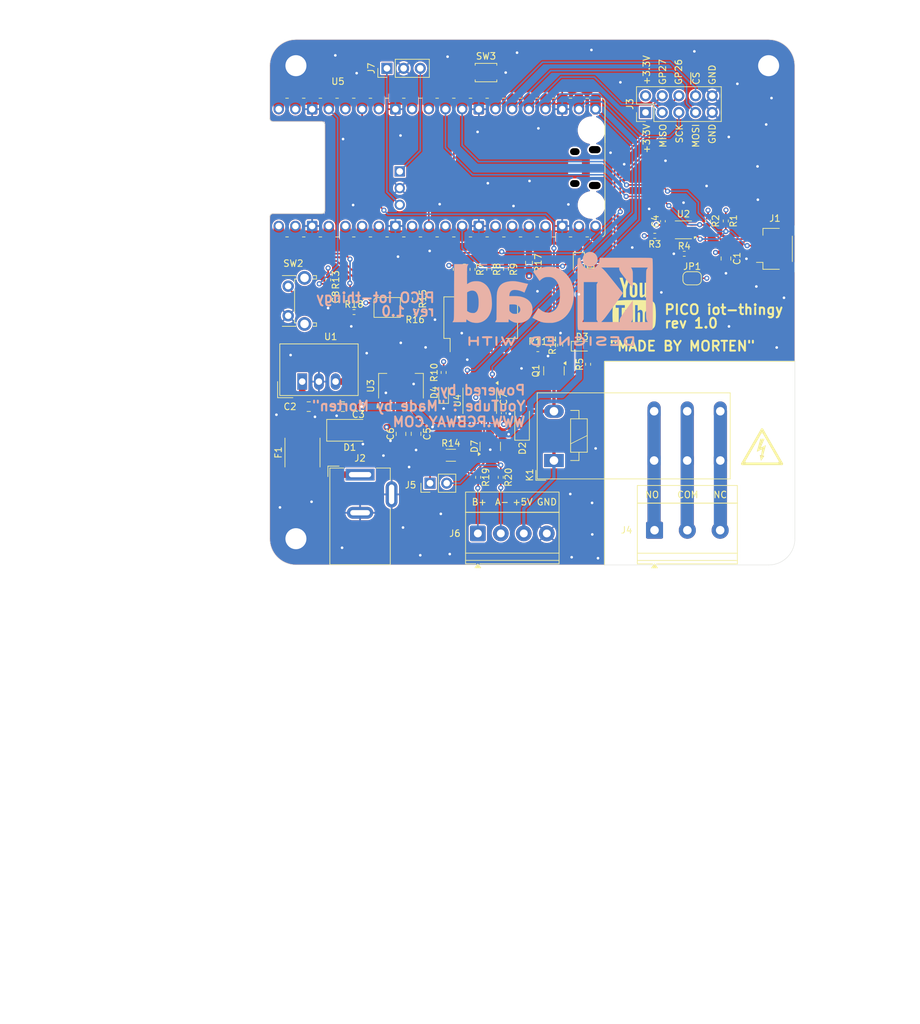
<source format=kicad_pcb>
(kicad_pcb (version 20241229) (generator "pcbnew") (generator_version "9.0")
  (layers (0 "F.Cu" signal) (4 "In1.Cu" signal) (6 "In2.Cu" signal) (2 "B.Cu" signal) (13 "F.Paste" user) (15 "B.Paste" user) (5 "F.SilkS" user "F.Silkscreen") (7 "B.SilkS" user "B.Silkscreen") (1 "F.Mask" user) (3 "B.Mask" user) (25 "Edge.Cuts" user))
  (net 0 "")
  (net 1 "GND")
  (net 2 "+24V")
  (net 3 "+5V")
  (net 4 "+3V3")
  (net 5 "/SW")
  (net 6 "Net-(D2-A)")
  (net 7 "Net-(D3-A)")
  (net 8 "Net-(D4-A)")
  (net 9 "/VSYS")
  (net 10 "Net-(D6-BK)")
  (net 11 "Net-(D6-RK)")
  (net 12 "Net-(D6-GK)")
  (net 13 "Net-(D7-A1)")
  (net 14 "Net-(D7-A2)")
  (net 15 "Net-(F1-Pad1)")
  (net 16 "/I2C1_SDA")
  (net 17 "/I2C1_SCL")
  (net 18 "/GPIO27")
  (net 19 "/SPI0_SCK")
  (net 20 "/SPI0_TX")
  (net 21 "/SPI0_CSn")
  (net 22 "/SPI0_RX")
  (net 23 "/GPIO26")
  (net 24 "Net-(J4-Pin_3)")
  (net 25 "Net-(J4-Pin_1)")
  (net 26 "Net-(J4-Pin_2)")
  (net 27 "Net-(J5-Pin_1)")
  (net 28 "/B")
  (net 29 "/A")
  (net 30 "/SWDIO")
  (net 31 "/SWCLK")
  (net 32 "Net-(JP1-A)")
  (net 33 "Net-(Q1-B)")
  (net 34 "Net-(U2-~{RESET})")
  (net 35 "/DIP1")
  (net 36 "/DIP2")
  (net 37 "/DIP3")
  (net 38 "/DIP4")
  (net 39 "/RELAY")
  (net 40 "/LED_B")
  (net 41 "/LED_G")
  (net 42 "Net-(U5-3V3)")
  (net 43 "/LED_R")
  (net 44 "/RUN")
  (net 46 "/UART0_RX")
  (net 47 "/UART0_TX")
  (footprint "Connector_PinHeader_2.54mm:PinHeader_1x02_P2.54mm_Vertical" (layer "F.Cu") (at 90.425 120.55 90)
    (property "Reference" "J5")
    (property "Value" "1x2 pin")
  )
  (footprint "Morten2025_Library:TerminalBlock_Phoenix_PT-1,5-4-3.5-H_1x04_P3.50mm_Horizontal" (layer "F.Cu") (at 97.71 128.2)
    (property "Reference" "J6")
    (property "Value" "Screw_Terminal_01x04")
  )
  (footprint "Resistor_SMD:R_0402_1005Metric_Pad0.72x0.64mm_HandSolder" (layer "F.Cu") (at 78.85 94.5)
    (property "Reference" "R18")
    (property "Value" "1K")
  )
  (footprint "Package_SO:SOIC-8_3.9x4.9mm_P1.27mm" (layer "F.Cu") (at 98 108 -90)
    (property "Reference" "U4")
    (property "Value" "THVD1406DR")
  )
  (footprint "Resistor_SMD:R_0402_1005Metric_Pad0.72x0.64mm_HandSolder" (layer "F.Cu") (at 101.2 119.65 -90)
    (property "Reference" "R20")
    (property "Value" "10R")
  )
  (footprint "Capacitor_SMD:C_0402_1005Metric_Pad0.74x0.62mm_HandSolder" (layer "F.Cu") (at 101.65 109.9 90)
    (property "Reference" "C7")
    (property "Value" "100n")
  )
  (footprint "MountingHole:MountingHole_3.2mm_M3_DIN965" (layer "F.Cu") (at 142 129)
    (property "Reference" "H3" (hide yes))
    (property "Value" "Hole_Pad")
  )
  (footprint "Resistor_SMD:R_0402_1005Metric_Pad0.72x0.64mm_HandSolder" (layer "F.Cu") (at 124.66 82.9)
    (property "Reference" "R3")
    (property "Value" "10K")
  )
  (footprint "Capacitor_SMD:C_0402_1005Metric_Pad0.74x0.62mm_HandSolder" (layer "F.Cu") (at 125.9 80.6725 90)
    (property "Reference" "C4")
    (property "Value" "100n")
  )
  (footprint "Resistor_SMD:R_0402_1005Metric_Pad0.72x0.64mm_HandSolder" (layer "F.Cu") (at 94.35 88 -90)
    (property "Reference" "R6")
    (property "Value" "4K7")
  )
  (footprint "Resistor_SMD:R_0402_1005Metric_Pad0.72x0.64mm_HandSolder" (layer "F.Cu") (at 102 88 -90)
    (property "Reference" "R9")
    (property "Value" "4K7")
  )
  (footprint "Resistor_SMD:R_0402_1005Metric_Pad0.72x0.64mm_HandSolder" (layer "F.Cu") (at 96.9 88 -90)
    (property "Reference" "R7")
    (property "Value" "4K7")
  )
  (footprint "Package_TO_SOT_SMD:SOT-223-3_TabPin2" (layer "F.Cu") (at 86 105.75 90)
    (property "Reference" "U3")
    (property "Value" "TLV1117LV-3.3")
  )
  (footprint "Morten2025_Library:TerminalBlock_Phoenix_PT-1,5-3-5.0-H_1x03_P5.00mm_Horizontal" (layer "F.Cu") (at 124.62 127.71)
    (property "Reference" "J4")
    (property "Value" "Screw_Terminal_01x03")
  )
  (footprint "Button_Switch_SMD:SW_SPST_B3U-1000P" (layer "F.Cu") (at 98.95 58.05)
    (property "Reference" "SW3")
    (property "Value" "SW_SPST")
  )
  (footprint "Connector_JST:JST_SH_SM04B-SRSS-TB_1x04-1MP_P1.00mm_Horizontal" (layer "F.Cu") (at 142.92 84.88 90)
    (property "Reference" "J1")
    (property "Value" "Conn_01x04")
  )
  (footprint "Resistor_SMD:R_0402_1005Metric_Pad0.72x0.64mm_HandSolder" (layer "F.Cu") (at 106.85 100.15)
    (property "Reference" "R11")
    (property "Value" "1K")
  )
  (footprint "Capacitor_SMD:C_0805_2012Metric" (layer "F.Cu") (at 77.15 108.9 180)
    (property "Reference" "C3")
    (property "Value" "10u/16V")
  )
  (footprint "LED_SMD:LED_0603_1608Metric_Pad1.05x0.95mm_HandSolder" (layer "F.Cu") (at 92.5 106.75 90)
    (property "Reference" "D4")
    (property "Value" "GREEN")
  )
  (footprint "Button_Switch_SMD:SW_DIP_SPSTx04_Slide_Omron_A6S-410x_W8.9mm_P2.54mm" (layer "F.Cu") (at 98.15 95.35 90)
    (property "Reference" "SW1" (hide yes))
    (property "Value" "SW_DIP_x04")
  )
  (footprint "Diode_SMD:D_SMA" (layer "F.Cu") (at 78.2 112.5)
    (property "Reference" "D1")
    (property "Value" "SMAJ24A")
  )
  (footprint "LED_SMD:LED_0603_1608Metric_Pad1.05x0.95mm_HandSolder" (layer "F.Cu") (at 113.6 99.7)
    (property "Reference" "D3")
    (property "Value" "YELLOW")
  )
  (footprint "Jumper:SolderJumper-2_P1.3mm_Open_RoundedPad1.0x1.5mm" (layer "F.Cu") (at 130.35 89.36)
    (property "Reference" "JP1")
    (property "Value" "SolderJumper_2_Open")
  )
  (footprint "Resistor_SMD:R_0402_1005Metric_Pad0.72x0.64mm_HandSolder" (layer "F.Cu") (at 135.48 80.64 -90)
    (property "Reference" "R1")
    (property "Value" "4K7")
  )
  (footprint "Capacitor_SMD:C_0805_2012Metric_Pad1.18x1.45mm_HandSolder" (layer "F.Cu") (at 88.3 113.0375 -90)
    (property "Reference" "C5")
    (property "Value" "22u")
  )
  (footprint "MountingHole:MountingHole_3.2mm_M3_DIN965_Pad_TopBottom" (layer "F.Cu") (at 142 57 90)
    (property "Reference" "H4" (hide yes))
    (property "Value" "Hole_Pad")
  )
  (footprint "Capacitor_SMD:C_0402_1005Metric_Pad0.74x0.62mm_HandSolder" (layer "F.Cu") (at 74.9 92.2325 -90)
    (property "Reference" "C8")
    (property "Value" "100n")
  )
  (footprint "Resistor_SMD:R_0402_1005Metric_Pad0.72x0.64mm_HandSolder" (layer "F.Cu") (at 132.77 80.6425 -90)
    (property "Reference" "R2")
    (property "Value" "4K7")
  )
  (footprint "Resistor_SMD:R_0402_1005Metric_Pad0.72x0.64mm_HandSolder" (layer "F.Cu") (at 92.5 103.7 -90)
    (property "Reference" "R10")
    (property "Value" "1K")
  )
  (footprint "Package_TO_SOT_SMD:SOT-23" (layer "F.Cu") (at 109.3 103.45 -90)
    (property "Reference" "Q1")
    (property "Value" "BC817")
  )
  (footprint "Relay_THT:Relay_SPDT_Schrack-RT1-16A-FormC_RM5mm" (layer "F.Cu") (at 109.3 117.1)
    (property "Reference" "K1")
    (property "Value" "RT314A05")
  )
  (footprint "Resistor_SMD:R_0603_1608Metric" (layer "F.Cu") (at 105.5 87 -90)
    (property "Reference" "R17")
    (property "Value" "0R")
  )
  (footprint "Capacitor_SMD:C_0805_2012Metric_Pad1.18x1.45mm_HandSolder" (layer "F.Cu") (at 86.0025 113.05 -90)
    (property "Reference" "C6")
    (property "Value" "22u")
  )
  (footprint "Connector_BarrelJack:BarrelJack_Wuerth_6941xx301002" (layer "F.Cu") (at 79.77 119.25)
    (property "Reference" "J2")
    (property "Value" "Barrel_Jack_Switch")
  )
  (footprint "Resistor_SMD:R_0402_1005Metric_Pad0.72x0.64mm_HandSolder" (layer "F.Cu") (at 74.9 89.6025 -90)
    (property "Reference" "R13")
    (property "Value" "10K")
  )
  (footprint "Diode_SMD:D_MiniMELF" (layer "F.Cu") (at 104.45 111.35 90)
    (property "Reference" "D2")
    (property "Value" "LL4148")
  )
  (footprint "MountingHole:MountingHole_3.2mm_M3_DIN965_Pad_TopBottom" (layer "F.Cu") (at 70 57 90)
    (property "Reference" "H2" (hide yes))
    (property "Value" "Hole_Pad")
  )
  (footprint "LED_SMD:LED_Cree-PLCC4_3.2x2.8mm_CCW" (layer "F.Cu") (at 83.9 93.8)
    (property "Reference" "D6" (hide yes))
    (property "Value" "CLV1L-FKB")
  )
  (footprint "Capacitor_SMD:C_0805_2012Metric" (layer "F.Cu") (at 71.95 108.9)
    (property "Reference" "C2")
    (property "Value" "2u2/50V")
  )
  (footprint "Morten_Library:logo_youtube" (layer "F.Cu") (at 121.52 93.27)
    (property "Reference" "REF**" (hide yes))
    (property "Value" "LOGO" (hide yes))
  )
  (footprint "Connector_PinHeader_2.54mm:PinHeader_1x03_P2.54mm_Vertical" (layer "F.Cu") (at 83.86 57.4 90)
    (property "Reference" "J7")
    (property "Value" "Conn_01x03")
  )
  (footprint "Button_Switch_THT:SW_Tactile_SPST_Angled_PTS645Vx31-2LFS" (layer "F.Cu") (at 68.82 95.06 90)
    (property "Reference" "SW2")
    (property "Value" "SW_SPST")
  )
  (footprint "Resistor_SMD:R_0402_1005Metric_Pad0.72x0.64mm_HandSolder" (layer "F.Cu") (at 88.15 92.5 -90)
    (property "Reference" "R15")
    (property "Value" "1K")
  )
  (footprint "Resistor_SMD:R_1206_3216Metric_Pad1.30x1.75mm_HandSolder" (layer "F.Cu") (at 93.6 116.3)
    (property "Reference" "R14")
    (property "Value" "120R")
  )
  (footprint "Converter_DCDC:Converter_DCDC_TRACO_TSR-1_THT" (layer "F.Cu") (at 70.96 105.0825)
    (property "Reference" "U1")
    (property "Value" "TSR 1-2450E")
  )
  (footprint "Resistor_SMD:R_0402_1005Metric_Pad0.72x0.64mm_HandSolder" (layer "F.Cu") (at 129.15 85.63 180)
    (property "Reference" "R4")
    (property "Value" "10K")
  )
  (footprint "Capacitor_SMD:C_0805_2012Metric" (layer "F.Cu") (at 135.5 86.35 -90)
    (property "Reference" "C1")
    (property "Value" "10u/16V")
  )
  (footprint "Resistor_SMD:R_0402_1005Metric_Pad0.72x0.64mm_HandSolder" (layer "F.Cu") (at 114.5 102.45 90)
    (property "Reference" "R5")
    (property "Value" "1K")
  )
  (footprint "Connector_PinHeader_2.54mm:PinHeader_2x05_P2.54mm_Vertical" (layer "F.Cu") (at 123.25 64.12 90)
    (property "Reference" "J3")
    (property "Value" "Conn_02x05_Odd_Even")
  )
  (footprint "Resistor_SMD:R_0402_1005Metric_Pad0.72x0.64mm_HandSolder" (layer "F.Cu") (at 110.25 99.55 90)
    (property "Reference" "R12")
    (property "Value" "10K")
  )
  (footprint "Morten_Library:Raspberry_Pi_Pico_SMT_THT" (layer "F.Cu") (at 115.64 63.62 -90)
    (property "Reference" "U5")
    (property "Value" "Pico")
    (fp_line (start 1.89 49.13) (end 1.89 41.73) (stroke (width 0.1)) (layer "Edge.Cuts"))
    (fp_line (start 15.89 41.73) (end 15.89 49.13) (stroke (width 0.1)) (layer "Edge.Cuts"))
    (fp_line (start 2.39 41.23) (end 15.39 41.23) (stroke (width 0.1)) (layer "Edge.Cuts"))
    (fp_arc (start 16.39 49.63) (mid 16.036447 49.483553) (end 15.89 49.13) (stroke (width 0.1)) (layer "Edge.Cuts"))
    (fp_arc (start 1.89 49.13) (mid 1.743553 49.483553) (end 1.39 49.63) (stroke (width 0.1)) (layer "Edge.Cuts"))
    (fp_arc (start 1.89 41.73) (mid 2.036447 41.376447) (end 2.39 41.23) (stroke (width 0.1)) (layer "Edge.Cuts"))
    (fp_arc (start 15.39 41.23) (mid 15.743553 41.376447) (end 15.89 41.73) (stroke (width 0.1)) (layer "Edge.Cuts"))
  )
  (footprint "Package_TO_SOT_SMD:SOT-23" (layer "F.Cu") (at 99.6 114.95 90)
    (property "Reference" "D7")
    (property "Value" "SM712_SOT23")
  )
  (footprint "Resistor_SMD:R_0402_1005Metric_Pad0.72x0.64mm_HandSolder" (layer "F.Cu") (at 99.45 88.0025 -90)
    (property "Reference" "R8")
    (property "Value" "4K7")
  )
  (footprint "Diode_SMD:D_SOD-323" (layer "F.Cu") (at 113.1 87.05 -90)
    (property "Reference" "D5")
    (property "Value" "1N5819HW-7-F")
  )
  (footprint "MountingHole:MountingHole_3.2mm_M3_DIN965_Pad_TopBottom" (layer "F.Cu") (at 70 129 90)
    (property "Reference" "H1" (hide yes))
    (property "Value" "Hole_Pad")
  )
  (footprint "Sensor_Humidity:Sensirion_DFN-8-1EP_2.5x2.5mm_P0.5mm_EP1.1x1.7mm" (layer "F.Cu") (at 129.02 81.99 180)
    (property "Reference" "U2")
    (property "Value" "SHT31-DIS")
  )
  (footprint "Morten_Library:Symbol_HighVoltage_Triangle_6x6mm_Silkscreen" (layer "F.Cu") (at 141 115)
    (property "Reference" "REF**" (hide yes))
    (property "Value" "Symbol_HighVoltage_Triangle_6x6mm_Silkscreen" (hide yes))
  )
  (footprint "Fuse:Fuse_2920_7451Metric" (layer "F.Cu") (at 71 115.8875 90)
    (property "Reference" "F1")
    (property "Value" "0ZCF0100AF2A")
  )
  (footprint "Resistor_SMD:R_0402_1005Metric_Pad0.72x0.64mm_HandSolder" (layer "F.Cu") (at 88.15 94.5 180)
    (property "Reference" "R16")
    (property "Value" "1K")
  )
  (footprint "Resistor_SMD:R_0402_1005Metric_Pad0.72x0.64mm_HandSolder" (layer "F.Cu") (at 97.75 119.65 -90)
    (property "Reference" "R19")
    (property "Value" "10R")
  )
  (footprint "Symbol:KiCad-Logo2_12mm_SilkScreen" (layer "B.Cu") (at 109.114893 91.267106 180)
    (property "Reference" "REF**" (hide yes))
    (property "Value" "KiCad-Logo2_12mm_SilkScreen" (hide yes))
  )
  (gr_rect (start 122 120.9) (end 137.24 123.59) (stroke (width 0.12)) (fill no) (layer "F.SilkS"))
  (gr_line (start 117 102) (end 146 102) (stroke (width 0.12)) (layer "F.SilkS"))
  (gr_line (start 117 133) (end 117 102) (stroke (width 0.12)) (layer "F.SilkS"))
  (gr_rect (start 95.84 121.9) (end 110.08 124.98) (stroke (width 0.12)) (fill no) (layer "F.SilkS"))
  (gr_line (start 70 133) (end 142 133) (stroke (width 0.05)) (layer "Edge.Cuts"))
  (gr_line (start 66 129) (end 66 80.5) (stroke (width 0.05)) (layer "Edge.Cuts"))
  (gr_arc (start 146 129) (mid 144.828427 131.828427) (end 142 133) (stroke (width 0.05)) (layer "Edge.Cuts"))
  (gr_arc (start 66 57) (mid 67.171573 54.171573) (end 70 53) (stroke (width 0.05)) (layer "Edge.Cuts"))
  (gr_line (start 142 53) (end 70 53) (stroke (width 0.05)) (layer "Edge.Cuts"))
  (gr_line (start 66 80.5) (end 66.01 80.01) (stroke (width 0.05)) (layer "Edge.Cuts"))
  (gr_arc (start 70 133) (mid 67.171573 131.828427) (end 66 129) (stroke (width 0.05)) (layer "Edge.Cuts"))
  (gr_line (start 66 57) (end 66 64) (stroke (width 0.05)) (layer "Edge.Cuts"))
  (gr_line (start 146 57) (end 146 129) (stroke (width 0.05)) (layer "Edge.Cuts"))
  (gr_line (start 66 64) (end 66.01 65.01) (stroke (width 0.05)) (layer "Edge.Cuts"))
  (gr_arc (start 142 53) (mid 144.828427 54.171573) (end 146 57) (stroke (width 0.05)) (layer "Edge.Cuts"))
  (gr_text "+3.3V" (at 124 70.428571 90) (layer "F.SilkS") (effects (font (size 1 1)) (justify left bottom)))
  (gr_text "COM\n" (at 128 122.9 0) (layer "F.SilkS") (effects (font (size 1 1)) (justify left bottom)))
  (gr_text "PICO iot-thingy \n" (at 125.97 95.01 0) (layer "F.SilkS") (effects (font (size 1.5 1.5) (thickness 0.3) (bold yes)) (justify left bottom)))
  (gr_text "+3.3V" (at 124 60 90) (layer "F.SilkS") (effects (font (size 1 1)) (justify left bottom)))
  (gr_text "MISO" (at 126.5 69.571428 90) (layer "F.SilkS") (effects (font (size 1 1)) (justify left bottom)))
  (gr_text "MOSI" (at 131.5 69.571428 90) (layer "F.SilkS") (effects (font (size 1 1)) (justify left bottom)))
  (gr_text "A-\n" (at 100.239682 124 0) (layer "F.SilkS") (effects (font (size 1 1)) (justify left bottom)))
  (gr_text "+5V" (at 102.9 124 0) (layer "F.SilkS") (effects (font (size 1 1)) (justify left bottom)))
  (gr_text "GP27\n" (at 126.439584 60 90) (layer "F.SilkS") (effects (font (size 1 1)) (justify left bottom)))
  (gr_text "GND" (at 134 60 90) (layer "F.SilkS") (effects (font (size 1 1)) (justify left bottom)))
  (gr_text "{dblquote}MADE BY MORTEN{dblquote}" (at 117.62 100.57 0) (layer "F.SilkS") (effects (font (size 1.5 1.5) (thickness 0.3) (bold yes)) (justify left bottom)))
  (gr_text "B+" (at 96.7 124 0) (layer "F.SilkS") (effects (font (size 1 1)) (justify left bottom)))
  (gr_text "~{CS}" (at 131.560417 60 90) (layer "F.SilkS") (effects (font (size 1 1)) (justify left bottom)))
  (gr_text "NO\n" (at 123.1 122.9 0) (layer "F.SilkS") (effects (font (size 1 1)) (justify left bottom)))
  (gr_text "GP26\n" (at 128.879167 60 90) (layer "F.SilkS") (effects (font (size 1 1)) (justify left bottom)))
  (gr_text "GND\n" (at 106.6 124 0) (layer "F.SilkS") (effects (font (size 1 1)) (justify left bottom)))
  (gr_text "GND" (at 134 69 90) (layer "F.SilkS") (effects (font (size 1 1)) (justify left bottom)))
  (gr_text "rev 1.0" (at 125.97 97.08 0) (layer "F.SilkS") (effects (font (size 1.5 1.5) (thickness 0.3) (bold yes)) (justify left bottom)))
  (gr_text "SCK\n" (at 129 68.904762 90) (layer "F.SilkS") (effects (font (size 1 1)) (justify left bottom)))
  (gr_text "NC\n" (at 133.5 122.9 0) (layer "F.SilkS") (effects (font (size 1 1)) (justify left bottom)))
  (gr_text "Powered by:\nYouTube : {dblquote}Made by Morten{dblquote}\nWWW.PCBWAY.COM" (at 105.1 112.1 0) (layer "B.SilkS") (effects (font (size 1.5 1.5) (thickness 0.3)) (justify left bottom mirror)))
  (gr_text "rev 1.0" (at 91.3 95.27 -0) (layer "B.SilkS") (effects (font (size 1.5 1.5) (thickness 0.3) (bold yes)) (justify left bottom mirror)))
  (gr_text "PICO iot-thingy \n" (at 91.3 93.2 -0) (layer "B.SilkS") (effects (font (size 1.5 1.5) (thickness 0.3) (bold yes)) (justify left bottom mirror)))
  (segment (start 99.6 114.0125) (end 99.6 115.45) (width 0.25) (layer "F.Cu") (net 1))
  (segment (start 135.5 88.6) (end 135.5 87.3) (width 0.25) (layer "F.Cu") (net 1))
  (segment (start 74.9 92.8) (end 74.9 93.9) (width 0.25) (layer "F.Cu") (net 1))
  (segment (start 128.5525 85.63) (end 127.56 85.63) (width 0.25) (layer "F.Cu") (net 1))
  (segment (start 86.0025 114.0875) (end 84.4125 114.0875) (width 0.25) (layer "F.Cu") (net 1))
  (segment (start 102.58 109.4325) (end 102.48 109.3325) (width 0.25) (layer "F.Cu") (net 1))
  (segment (start 102.48 109.3325) (end 101.65 109.3325) (width 0.25) (layer "F.Cu") (net 1))
  (segment (start 72.9 108.9) (end 72.9 110.45) (width 0.25) (layer "F.Cu") (net 1))
  (segment (start 76.2 108.9) (end 76.2 110.29) (width 0.25) (layer "F.Cu") (net 1))
  (segment (start 83.7 108.9) (end 83.7 106.8) (width 0.25) (layer "F.Cu") (net 1))
  (segment (start 92.5 107.625) (end 92.5 109.2) (width 0.25) (layer "F.Cu") (net 1))
  (segment (start 110.25 98.9525) (end 110.25 97.75) (width 0.25) (layer "F.Cu") (net 1))
  (segment (start 84.4125 114.0875) (end 84.4 114.1) (width 0.25) (layer "F.Cu") (net 1))
  (segment (start 100.65 58.05) (end 101.95 58.05) (width 0.25) (layer "F.Cu") (net 1))
  (segment (start 129.02 77.87) (end 129.04 77.85) (width 0.25) (layer "F.Cu") (net 1))
  (segment (start 102 58) (end 101.95 58.05) (width 0.25) (layer "F.Cu") (net 1))
  (segment (start 94.825 110.475) (end 94.8 110.5) (width 0.25) (layer "F.Cu") (net 1))
  (segment (start 96.095 110.475) (end 94.825 110.475) (width 0.25) (layer "F.Cu") (net 1))
  (segment (start 88.3 114.075) (end 88.3 115.5) (width 0.25) (layer "F.Cu") (net 1))
  (segment (start 108.35 101.25) (end 108.4 101.2) (width 0.25) (layer "F.Cu") (net 1))
  (segment (start 129.02 81.99) (end 129.02 77.87) (width 0.25) (layer "F.Cu") (net 1))
  (segment (start 140.7 86.4) (end 138.63 86.4) (width 0.25) (layer "F.Cu") (net 1))
  (segment (start 80.2 112.5) (end 80.2 114.6) (width 1) (layer "F.Cu") (net 1))
  (segment (start 102.58 110) (end 102.58 109.4325) (width 0.25) (layer "F.Cu") (net 1))
  (segment (start 110.25 97.75) (end 110.3 97.7) (width 0.25) (layer "F.Cu") (net 1))
  (segment (start 108.35 102.5125) (end 108.35 101.25) (width 0.25) (layer "F.Cu") (net 1))
  (segment (start 138.63 86.4) (end 138.62 86.39) (width 0.25) (layer "F.Cu") (net 1))
  (via (at 87.93 105.45) (size 0.8) (drill 0.4) (layers "F.Cu" "B.Cu") (net 1))
  (via (at 69.19 101.05) (size 0.8) (drill 0.4) (layers "F.Cu" "B.Cu") (net 1))
  (via (at 76 55.43) (size 0.8) (drill 0.4) (layers "F.Cu" "B.Cu") (net 1))
  (via (at 142.44 61.93) (size 0.8) (drill 0.4) (layers "F.Cu" "B.Cu") (net 1))
  (via (at 80.78 100.76) (size 0.8) (drill 0.4) (layers "F.Cu" "B.Cu") (net 1))
  (via (at 130.69 54.82) (size 0.8) (drill 0.4) (layers "F.Cu" "B.Cu") (net 1))
  (via (at 123.8 78.8) (size 0.8) (drill 0.4) (layers "F.Cu" "B.Cu") (net 1))
  (via (at 93.1 55.63) (size 0.8) (drill 0.4) (layers "F.Cu" "B.Cu") (net 1))
  (via (at 67.57 124.24) (size 0.8) (drill 0.4) (layers "F.Cu" "B.Cu") (net 1))
  (via (at 108.4 101.2) (size 0.8) (drill 0.4) (layers "F.Cu" "B.Cu") (net 1))
  (via (at 83.33 116.35) (size 0.8) (drill 0.4) (layers "F.Cu" "B.Cu") (net 1))
  (via (at 106.93 66.54) (size 0.8) (drill 0.4) (layers "F.Cu" "B.Cu") (net 1))
  (via (at 89.75 99.88) (size 0.8) (drill 0.4) (layers "F.Cu" "B.Cu") (net 1))
  (via (at 135.5 88.6) (size 0.8) (drill 0.4) (layers "F.Cu" "B.Cu") (net 1))
  (via (at 85.55 86.07) (size 0.8) (drill 0.4) (layers "F.Cu" "B.Cu") (net 1))
  (via (at 99.23 74.89) (size 0.8) (drill 0.4) (layers "F.Cu" "B.Cu") (net 1))
  (via (at 140.31 72.33) (size 0.8) (drill 0.4) (layers "F.Cu" "B.Cu") (net 1))
  (via (at 78.71 78.21) (size 0.8) (drill 0.4) (layers "F.Cu" "B.Cu") (net 1))
  (via (at 117.92 70.25) (size 0.8) (drill 0.4) (layers "F.Cu" "B.Cu") (net 1))
  (via (at 121.23 84.68) (size 0.8) (drill 0.4) (layers "F.Cu" "B.Cu") (net 1))
  (via (at 74.9 93.9) (size 0.8) (drill 0.4) (layers "F.Cu" "B.Cu") (net 1))
  (via (at 102.58 110) (size 0.8) (drill 0.4) (layers "F.Cu" "B.Cu") (net 1))
  (via (at 72.9 110.45) (size 0.8) (drill 0.4) (layers "F.Cu" "B.Cu") (net 1))
  (via (at 111.79 122.2) (size 0.8) (drill 0.4) (layers "F.Cu" "B.Cu") (net 1))
  (via (at 80.2 114.6) (size 0.8) (drill 0.4) (layers "F.Cu" "B.Cu") (net 1))
  (via (at 103.14 78.36) (size 0.8) (drill 0.4) (layers "F.Cu" "B.Cu") (net 1))
  (via (at 115.11 123.55) (size 0.8) (drill 0.4) (layers "F.Cu" "B.Cu") (net 1))
  (via (at 129.04 77.85) (size 0.8) (drill 0.4) (layers "F.Cu" "B.Cu") (net 1))
  (via (at 138.62 86.39) (size 0.8) (drill 0.4) (layers "F.Cu" "B.Cu") (net 1))
  (via (at 105.58 74.55) (size 0.8) (drill 0.4) (layers "F.Cu" "B.Cu") (net 1))
  (via (at 83.7 106.8) (size 0.8) (drill 0.4) (layers "F.Cu" "B.Cu") (net 1))
  (via (at 79.25 58.14) (size 0.8) (drill 0.4) (layers "F.Cu" "B.Cu") (net 1))
  (via (at 94.8 110.5) (size 0.8) (drill 0.4) (layers "F.Cu" "B.Cu") (net 1))
  (via (at 115.65 115.26) (size 0.8) (drill 0.4) (layers "F.Cu" "B.Cu") (net 1))
  (via (at 96.1 101.75) (size 0.8) (drill 0.4) (layers "F.Cu" "B.Cu") (net 1))
  (via (at 91.18 95.66) (size 0.8) (drill 0.4) (layers "F.Cu" "B.Cu") (net 1))
  (via (at 137.24 59.76) (size 0.8) (drill 0.4) (layers "F.Cu" "B.Cu") (net 1))
  (via (at 119.42 59.53) (size 0.8) (drill 0.4) (layers "F.Cu" "B.Cu") (net 1))
  (via (at 67.03 110.13) (size 0.8) (drill 0.4) (layers "F.Cu" "B.Cu") (net 1))
  (via (at 88.94 131.52) (size 0.8) (drill 0.4) (layers "F.Cu" "B.Cu") (net 1))
  (via (at 135.96 96.69) (size 0.8) (drill 0.4) (layers "F.Cu" "B.Cu") (net 1))
  (via (at 116.01 131.97) (size 0.8) (drill 0.4) (layers "F.Cu" "B.Cu") (net 1))
  (via (at 120 72) (size 0.8) (drill 0.4) (layers "F.Cu" "B.Cu") (net 1))
  (via (at 143.23 99.9) (size 0.8) (drill 0.4) (layers "F.Cu" "B.Cu") (net 1))
  (via (at 92.5 109.2) (size 0.8) (drill 0.4) (layers "F.Cu" "B.Cu") (net 1))
  (via (at 72.38 123.38) (size 0.8) (drill 0.4) (layers "F.Cu" "B.Cu") (net 1))
  (via (at 112 131.82) (size 0.8) (drill 0.4) (layers "F.Cu" "B.Cu") (net 1))
  (via (at 92.07 125.22) (size 0.8) (drill 0.4) (layers "F.Cu" "B.Cu") (net 1))
  (via (at 115.01 54.61) (size 0.8) (drill 0.4) (layers "F.Cu" "B.Cu") (net 1))
  (via (at 77.18 68.17) (size 0.8) (drill 0.4) (layers "F.Cu" "B.Cu") (net 1))
  (via (at 86.31 127.3) (size 0.8) (drill 0.4) (layers "F.Cu" "B.Cu") (net 1))
  (via (at 84.4 114.1) (size 0.8) (drill 0.4) (layers "F.Cu" "B.Cu") (net 1))
  (via (at 87.24 118.09) (size 0.8) (drill 0.4) (layers "F.Cu" "B.Cu") (net 1))
  (via (at 78.43 96.68) (size 0.8) (drill 0.4) (layers "F.Cu" "B.Cu") (net 1))
  (via (at 99.6 115.45) (size 0.8) (drill 0.4) (layers "F.Cu" "B.Cu") (net 1))
  (via (at 104.36 103.08) (size 0.8) (drill 0.4) (layers "F.Cu" "B.Cu") (net 1))
  (via (at 106.79 91.34) (size 0.8) (drill 0.4) (layers "F.Cu" "B.Cu") (net 1))
  (via (at 95.26 97.71) (size 0.8) (drill 0.4) (layers "F.Cu" "B.Cu") (net 1))
  (via (at 144.34 92.33) (size 0.8) (drill 0.4) (layers "F.Cu" "B.Cu") (net 1))
  (via (at 93.43 131.34) (size 0.8) (drill 0.4) (layers "F.Cu" "B.Cu") (net 1))
  (via (at 111.5 78.12) (size 0.8) (drill 0.4) (layers "F.Cu" "B.Cu") (net 1))
  (via (at 91.895 78.08) (size 0.8) (drill 0.4) (layers "F.Cu" "B.Cu") (net 1))
  (via (at 126.29 71.47) (size 0.8) (drill 0.4) (layers "F.Cu" "B.Cu") (net 1))
  (via (at 132.55 75.31) (size 0.8) (drill 0.4) (layers "F.Cu" "B.Cu") (net 1))
  (via (at 103.68 55.02) (size 0.8) (drill 0.4) (layers "F.Cu" "B.Cu") (net 1))
  (via (at 85.93 67.63) (size 0.8) (drill 0.4) (layers "F.Cu" "B.Cu") (net 1))
  (via (at 85.97 99.19) (size 0.8) (drill 0.4) (layers "F.Cu" "B.Cu") (net 1))
  (via (at 127.56 85.63) (size 0.8) (drill 0.4) (layers "F.Cu" "B.Cu") (net 1))
  (via (at 77.03 130.38) (size 0.8) (drill 0.4) (layers "F.Cu" "B.Cu") (net 1))
  (via (at 140.13 90.61) (size 0.8) (drill 0.4) (layers "F.Cu" "B.Cu") (net 1))
  (via (at 76.2 110.29) (size 0.8) (drill 0.4) (layers "F.Cu" "B.Cu") (net 1))
  (via (at 125.66 91.51) (size 0.8) (drill 0.4) (layers "F.Cu" "B.Cu") (net 1))
  (via (at 140.36 77.4) (size 0.8) (drill 0.4) (layers "F.Cu" "B.Cu") (net 1))
  (via (at 110.3 97.7) (size 0.8) (drill 0.4) (layers "F.Cu" "B.Cu") (net 1))
  (via (at 115.14 128.35) (size 0.8) (drill 0.4) (layers "F.Cu" "B.Cu") (net 1))
  (via (at 141.63 65.95) (size 0.8) (drill 0.4) (layers "F.Cu" "B.Cu") (net 1))
  (via (at 101.95 58.05) (size 0.8) (drill 0.4) (layers "F.Cu" "B.Cu") (net 1))
  (via (at 97.67 67.08) (size 0.8) (drill 0.4) (layers "F.Cu" "B.Cu") (net 1))
  (via (at 88.3 115.5) (size 0.8) (drill 0.4) (layers "F.Cu" "B.Cu") (net 1))
  (via (at 90.37 85.2) (size 0.8) (drill 0.4) (layers "F.Cu" "B.Cu") (net 1))
  (via (at 135.93 67.85) (size 0.8) (drill 0.4) (layers "F.Cu" "B.Cu") (net 1))
  (segment (start 71 108.9) (end 71 112.5) (width 1) (layer "F.Cu") (net 2))
  (segment (start 70.96 108.86) (end 71 108.9) (width 0.25) (layer "F.Cu") (net 2))
  (segment (start 71 112.5) (end 76.2 112.5) (width 1) (layer "F.Cu") (net 2))
  (segment (start 70.96 105.0825) (end 70.96 108.86) (width 1) (layer "F.Cu") (net 2))
  (segment (start 104.45 113.1) (end 108 113.1) (width 0.5) (layer "F.Cu") (net 3))
  (segment (start 77.1825 105.0825) (end 78.1 106) (width 1) (layer "F.Cu") (net 3))
  (segment (start 78.1 106) (end 78.1 108.9) (width 1) (layer "F.Cu") (net 3))
  (segment (start 78.1 108.9) (end 80 108.9) (width 1) (layer "F.Cu") (net 3))
  (segment (start 114.5 109.2) (end 109.3 114.4) (width 0.5) (layer "F.Cu") (net 3))
  (segment (start 114.5 103.0475) (end 114.5 109.2) (width 0.5) (layer "F.Cu") (net 3))
  (segment (start 113.1 88.1) (end 113.1 91.8) (width 1) (layer "F.Cu") (net 3))
  (segment (start 108 113.1) (end 109.3 114.4) (width 0.5) (layer "F.Cu") (net 3))
  (segment (start 109.3 114.4) (end 109.3 117.1) (width 0.5) (layer "F.Cu") (net 3))
  (segment (start 104.45 113.1) (end 102.4 113.1) (width 1) (layer "F.Cu") (net 3))
  (segment (start 88.3 112) (end 88.3 108.9) (width 1) (layer "F.Cu") (net 3))
  (segment (start 76.04 105.0825) (end 77.1825 105.0825) (width 1) (layer "F.Cu") (net 3))
  (segment (start 88.3 112) (end 90.8 112) (width 1) (layer "F.Cu") (net 3))
  (via (at 102.4 113.1) (size 0.8) (drill 0.4) (layers "F.Cu" "B.Cu") (net 3))
  (via (at 80 108.9) (size 0.8) (drill 0.4) (layers "F.Cu" "B.Cu") (net 3))
  (via (at 90.8 112) (size 0.8) (drill 0.4) (layers "F.Cu" "B.Cu") (net 3))
  (via (at 113.1 91.8) (size 0.8) (drill 0.4) (layers "F.Cu" "B.Cu") (net 3))
  (segment (start 87.7 108.9) (end 80 108.9) (width 1) (layer "B.Cu") (net 3))
  (segment (start 113.1 104.5) (end 110.5 107.1) (width 1) (layer "B.Cu") (net 3))
  (segment (start 106.9 107.1) (end 105.7 108.3) (width 1) (layer "B.Cu") (net 3))
  (segment (start 104.71 124.39) (end 109.3 119.8) (width 0.5) (layer "B.Cu") (net 3))
  (segment (start 90.8 112) (end 87.7 108.9) (width 1) (layer "B.Cu") (net 3))
  (segment (start 105.7 108.3) (end 105.7 109.8) (width 1) (layer "B.Cu") (net 3))
  (segment (start 100 112) (end 90.8 112) (width 1) (layer "B.Cu") (net 3))
  (segment (start 104.71 128.2) (end 104.71 124.39) (width 0.5) (layer "B.Cu") (net 3))
  (segment (start 109.3 119.8) (end 109.3 117.1) (width 0.5) (layer "B.Cu") (net 3))
  (segment (start 113.1 91.8) (end 113.1 104.5) (width 1) (layer "B.Cu") (net 3))
  (segment (start 110.5 107.1) (end 106.9 107.1) (width 1) (layer "B.Cu") (net 3))
  (segment (start 101.1 113.1) (end 102.4 113.1) (width 1) (layer "B.Cu") (net 3))
  (segment (start 101.1 113.1) (end 100 112) (width 1) (layer "B.Cu") (net 3))
  (segment (start 105.7 109.8) (end 102.4 113.1) (width 1) (layer "B.Cu") (net 3))
  (segment (start 135.48 78.99) (end 135.5 78.97) (width 0.25) (layer "F.Cu") (net 4))
  (segment (start 92.5 103.1025) (end 92.5 102.05) (width 0.25) (layer "F.Cu") (net 4))
  (segment (start 123.07 82.9) (end 123.06 82.89) (width 0.25) (layer "F.Cu") (net 4))
  (segment (start 94.35 87.4025) (end 96.9 87.4025) (width 0.25) (layer "F.Cu") (net 4))
  (segment (start 132.57 89.36) (end 132.58 89.35) (width 0.25) (layer "F.Cu") (net 4))
  (segment (start 131 89.36) (end 132.57 89.36) (width 0.25) (layer "F.Cu") (net 4))
  (segment (start 74.9 89.005) (end 74.9 87.8) (width 0.25) (layer "F.Cu") (net 4))
  (segment (start 97.365 107.465) (end 97.4 107.5) (width 0.25) (layer "F.Cu") (net 4))
  (segment (start 86.0025 112.0125) (end 83.8125 112.0125) (width 1) (layer "F.Cu") (net 4))
  (segment (start 101.6425 110.475) (end 101.65 110.4675) (width 0.25) (layer "F.Cu") (net 4))
  (segment (start 140.7 85.4) (end 135.55 85.4) (width 0.5) (layer "F.Cu") (net 4))
  (segment (start 135.5 85.4) (end 133.94 85.4) (width 0.5) (layer "F.Cu") (net 4))
  (segment (start 86 108.9) (end 86 102.6) (width 1) (layer "F.Cu") (net 4))
  (segment (start 94.35 87.4025) (end 93.3025 87.4025) (width 0.25) (layer "F.Cu") (net 4))
  (segment (start 101.65 110.4675) (end 101.65 111.6) (width 0.25) (layer "F.Cu") (net 4))
  (segment (start 125.05 81.24) (end 125.9 81.24) (width 0.25) (layer "F.Cu") (net 4))
  (segment (start 99.4475 87.4025) (end 99.45 87.405) (width 0.25) (layer "F.Cu") (net 4))
  (segment (start 105.5 89.02) (end 105.51 89.03) (width 0.25) (layer "F.Cu") (net 4))
  (segment (start 132.77 79) (end 132.77 80.045) (width 0.25) (layer "F.Cu") (net 4))
  (segment (start 99.45 87.405) (end 101.9975 87.405) (width 0.25) (layer "F.Cu") (net 4))
  (segment (start 135.55 85.4) (end 135.5 85.45) (width 0.25) (layer "F.Cu") (net 4))
  (segment (start 97.365 105.525) (end 97.365 107.465) (width 0.25) (layer "F.Cu") (net 4))
  (segment (start 93.3025 87.4025) (end 93.3 87.4) (width 0.25) (layer "F.Cu") (net 4))
  (segment (start 94.35 87.4025) (end 99.4475 87.4025) (width 0.25) (layer "F.Cu") (net 4))
  (segment (start 124.91 81.23) (end 125.04 81.23) (width 0.25) (layer "F.Cu") (net 4))
  (segment (start 98.635 105.525) (end 98.635 106.265) (width 0.25) (layer "F.Cu") (net 4))
  (segment (start 98.635 106.265) (end 97.4 107.5) (width 0.25) (layer "F.Cu") (net 4))
  (segment (start 86.0025 108.9025) (end 86 108.9) (width 0.25) (layer "F.Cu") (net 4))
  (segment (start 133.94 85.4) (end 133.91 85.43) (width 0.25) (layer "F.Cu") (net 4))
  (segment (start 86.0025 112.0125) (end 86.0025 108.9025) (width 1) (layer "F.Cu") (net 4))
  (segment (start 125.04 81.23) (end 125.05 81.24) (width 0.25) (layer "F.Cu") (net 4))
  (segment (start 127.845 81.24) (end 125.9 81.24) (width 0.25) (layer "F.Cu") (net 4))
  (segment (start 105.5 87.825) (end 105.5 89.02) (width 1) (layer "F.Cu") (net 4))
  (segment (start 124.0625 82.9) (end 123.07 82.9) (width 0.25) (layer "F.Cu") (net 4))
  (segment (start 135.48 80.0425) (end 135.48 78.99) (width 0.25) (layer "F.Cu") (net 4))
  (segment (start 101.9975 87.405) (end 102 87.4025) (width 0.25) (layer "F.Cu") (net 4))
  (segment (start 99.905 110.475) (end 101.6425 110.475) (width 0.25) (layer "F.Cu") (net 4))
  (segment (start 82.65 93.1) (end 80.65 93.1) (width 0.25) (layer "F.Cu") (net 4))
  (segment (start 83.8 112) (end 83.8125 112.0125) (width 0.25) (layer "F.Cu") (net 4))
  (via (at 74.9 87.8) (size 0.8) (drill 0.4) (layers "F.Cu" "B.Cu") (net 4))
  (via (at 123.06 82.89) (size 0.8) (drill 0.4) (layers "F.Cu" "B.Cu") (net 4))
  (via (at 132.58 89.35) (size 0.8) (drill 0.4) (layers "F.Cu" "B.Cu") (net 4))
  (via (at 105.51 89.03) (size 0.8) (drill 0.4) (layers "F.Cu" "B.Cu") (net 4))
  (via (at 93.3 87.4) (size 0.8) (drill 0.4) (layers "F.Cu" "B.Cu") (net 4))
  (via (at 135.5 78.97) (size 0.8) (drill 0.4) (layers "F.Cu" "B.Cu") (net 4))
  (via (at 92.5 102.05) (size 0.8) (drill 0.4) (layers "F.Cu" "B.Cu") (net 4))
  (via (at 83.8125 112.0125) (size 0.8) (drill 0.4) (layers "F.Cu" "B.Cu") (net 4))
  (via (at 80.65 93.1) (size 0.8) (drill 0.4) (layers "F.Cu" "B.Cu") (net 4))
  (via (at 97.4 107.5) (size 0.8) (drill 0.4) (layers "F.Cu" "B.Cu") (net 4))
  (via (at 132.77 79) (size 0.8) (drill 0.4) (layers "F.Cu" "B.Cu") (net 4))
  (via (at 133.91 85.43) (size 0.8) (drill 0.4) (layers "F.Cu" "B.Cu") (net 4))
  (via (at 124.91 81.23) (size 0.8) (drill 0.4) (layers "F.Cu" "B.Cu") (net 4))
  (via (at 101.65 111.6) (size 0.8) (drill 0.4) (layers "F.Cu" "B.Cu") (net 4))
  (segment (start 69.7 91.7) (end 74.9 91.7) (width 0.25) (layer "F.Cu") (net 5))
  (segment (start 74.9 90.2) (end 73.55 90.2) (width 0.25) (layer "F.Cu") (net 5))
  (segment (start 74.9 91.665) (end 74.9 90.2) (width 0.25) (layer "F.Cu") (net 5))
  (segment (start 68.82 90.82) (end 69.7 91.7) (width 0.25) (layer "F.Cu") (net 5))
  (segment (start 68.82 90.56) (end 68.82 90.82) (width 0.25) (layer "F.Cu") (net 5))
  (via (at 73.55 90.2) (size 0.8) (drill 0.4) (layers "F.Cu" "B.Cu") (net 5))
  (segment (start 76.35 87.4) (end 76.35 64.97) (width 0.25) (layer "B.Cu") (net 5))
  (segment (start 73.55 90.2) (end 76.35 87.4) (width 0.25) (layer "B.Cu") (net 5))
  (segment (start 76.35 64.97) (end 75 63.62) (width 0.25) (layer "B.Cu") (net 5))
  (segment (start 109.3 109.6) (end 104.45 109.6) (width 0.5) (layer "F.Cu") (net 6))
  (segment (start 109.3 104.3875) (end 109.3 109.6) (width 0.5) (layer "F.Cu") (net 6))
  (segment (start 109.3 104.3875) (end 111.7625 104.3875) (width 0.25) (layer "F.Cu") (net 6))
  (segment (start 111.7625 104.3875) (end 112.725 103.425) (width 0.25) (layer "F.Cu") (net 6))
  (segment (start 112.725 103.425) (end 112.725 99.7) (width 0.25) (layer "F.Cu") (net 6))
  (segment (start 114.5 99.725) (end 114.475 99.7) (width 0.25) (layer "F.Cu") (net 7))
  (segment (start 114.5 101.8525) (end 114.5 99.725) (width 0.25) (layer "F.Cu") (net 7))
  (segment (start 92.5 105.875) (end 92.5 104.2975) (width 0.25) (layer "F.Cu") (net 8))
  (segment (start 113.1 86) (end 113.1 83) (width 1) (layer "F.Cu") (net 9))
  (segment (start 85.15 93.1) (end 88.1475 93.1) (width 0.25) (layer "F.Cu") (net 10))
  (segment (start 88.1475 93.1) (end 88.15 93.0975) (width 0.25) (layer "F.Cu") (net 10))
  (segment (start 82.65 94.5) (end 79.4475 94.5) (width 0.25) (layer "F.Cu") (net 11))
  (segment (start 87.5525 94.5) (end 85.15 94.5) (width 0.25) (layer "F.Cu") (net 12))
  (segment (start 97.75 119.0525) (end 97.75 118.35) (width 0.25) (layer "F.Cu") (net 13))
  (segment (start 97.75 119.0525) (end 96.3525 119.0525) (width 0.25) (layer "F.Cu") (net 13))
  (segment (start 96.3525 119.0525) (end 95.15 117.85) (width 0.25) (layer "F.Cu") (net 13))
  (segment (start 97.75 118.35) (end 98.65 117.45) (width 0.25) (layer "F.Cu") (net 13))
  (segment (start 98.65 117.45) (end 98.65 116.2875) (width 0.25) (layer "F.Cu") (net 13))
  (segment (start 95.15 117.85) (end 95.15 116.3) (width 0.25) (layer "F.Cu") (net 13))
  (segment (start 98.65 115.8875) (end 98.65 110.49) (width 0.25) (layer "F.Cu") (net 13))
  (segment (start 98.65 110.49) (end 98.635 110.475) (width 0.25) (layer "F.Cu") (net 13))
  (segment (start 99 108.95) (end 99.261 109.211) (width 0.25) (layer "F.Cu") (net 14))
  (segment (start 97.365 109.185) (end 97.6 108.95) (width 0.25) (layer "F.Cu") (net 14))
  (segment (start 99.261 111.561) (end 100.55 112.85) (width 0.25) (layer "F.Cu") (net 14))
  (segment (start 100.55 112.85) (end 100.55 115.8875) (width 0.25) (layer "F.Cu") (net 14))
  (segment (start 100.55 117.15) (end 100.55 116.2875) (width 0.25) (layer "F.Cu") (net 14))
  (segment (start 97.6 108.95) (end 99 108.95) (width 0.25) (layer "F.Cu") (net 14))
  (segment (start 101.2 119.0525) (end 101.2 117.8) (width 0.25) (layer "F.Cu") (net 14))
  (segment (start 99.261 109.211) (end 99.261 111.561) (width 0.25) (layer "F.Cu") (net 14))
  (segment (start 101.2 117.8) (end 100.55 117.15) (width 0.25) (layer "F.Cu") (net 14))
  (segment (start 97.365 110.475) (end 97.365 109.185) (width 0.25) (layer "F.Cu") (net 14))
  (via (at 101.2 117.8) (size 0.8) (drill 0.4) (layers "F.Cu" "B.Cu") (net 14))
  (segment (start 95.4 120.15) (end 97.75 117.8) (width 0.25) (layer "B.Cu") (net 14))
  (segment (start 97.75 117.8) (end 101.2 117.8) (width 0.25) (layer "B.Cu") (net 14))
  (segment (start 92.965 120.55) (end 95 120.55) (width 0.25) (layer "B.Cu") (net 14))
  (segment (start 95 120.55) (end 95.4 120.15) (width 0.25) (layer "B.Cu") (net 14))
  (segment (start 79.77 119.25) (end 71.025 119.25) (width 1) (layer "F.Cu") (net 15))
  (segment (start 71.025 119.25) (end 71 119.275) (width 0.25) (layer "F.Cu") (net 15))
  (segment (start 140.7 84.4) (end 138.74 84.4) (width 0.25) (layer "F.Cu") (net 16))
  (segment (start 138.74 84.4) (end 138.73 84.39) (width 0.25) (layer "F.Cu") (net 16))
  (segment (start 120.35 75.15) (end 125.65 75.15) (width 0.25) (layer "F.Cu") (net 16))
  (segment (start 130.195 82.74) (end 130.92 82.74) (width 0.25) (layer "F.Cu") (net 16))
  (segment (start 135.48 81.2375) (end 135.48 82.22) (width 0.25) (layer "F.Cu") (net 16))
  (segment (start 135.48 82.22) (end 135.49 82.23) (width 0.25) (layer "F.Cu") (net 16))
  (segment (start 130.92 82.74) (end 131.57 83.39) (width 0.25) (layer "F.Cu") (net 16))
  (segment (start 125.65 75.15) (end 126.6 76.1) (width 0.25) (layer "F.Cu") (net 16))
  (via (at 135.49 82.23) (size 0.8) (drill 0.4) (layers "F.Cu" "B.Cu") (net 16))
  (via (at 131.57 83.39) (size 0.8) (drill 0.4) (layers "F.Cu" "B.Cu") (net 16))
  (via (at 126.6 76.1) (size 0.8) (drill 0.4) (layers "F.Cu" "B.Cu") (net 16))
  (via (at 138.73 84.39) (size 0.8) (drill 0.4) (layers "F.Cu" "B.Cu") (net 16))
  (via (at 120.35 75.15) (size 0.8) (drill 0.4) (layers "F.Cu" "B.Cu") (net 16))
  (segment (start 134.33 83.39) (end 135.49 82.23) (width 0.25) (layer "B.Cu") (net 16))
  (segment (start 120.35 75.15) (end 116.8 71.6) (width 0.25) (layer "B.Cu") (net 16))
  (segment (start 138.5 84.39) (end 138.73 84.39) (width 0.25) (layer "B.Cu") (net 16))
  (segment (start 134.13 82.23) (end 135.49 82.23) (width 0.25) (layer "B.Cu") (net 16))
  (segment (start 136.34 82.23) (end 138.5 84.39) (width 0.25) (layer "B.Cu") (net 16))
  (segment (start 126.6 76.1) (end 129.6 76.1) (width 0.25) (layer "B.Cu") (net 16))
  (segment (start 97.8 71.6) (end 95.32 69.12) (width 0.25) (layer "B.Cu") (net 16))
  (segment (start 129.6 76.1) (end 131.3 77.8) (width 0.25) (layer "B.Cu") (net 16))
  (segment (start 95.32 69.12) (end 95.32 63.62) (width 0.25) (layer "B.Cu") (net 16))
  (segment (start 116.8 71.6) (end 97.8 71.6) (width 0.25) (layer "B.Cu") (net 16))
  (segment (start 135.49 82.23) (end 136.34 82.23) (width 0.25) (layer "B.Cu") (net 16))
  (segment (start 131.3 77.8) (end 131.3 79.4) (width 0.25) (layer "B.Cu") (net 16))
  (segment (start 131.3 79.4) (end 134.13 82.23) (width 0.25) (layer "B.Cu") (net 16))
  (segment (start 131.57 83.39) (end 134.33 83.39) (width 0.25) (layer "B.Cu") (net 16))
  (segment (start 132.77 81.24) (end 132.77 81.53) (width 0.25) (layer "F.Cu") (net 17))
  (segment (start 125.4 76.9) (end 126.8 78.3) (width 0.25) (layer "F.Cu") (net 17))
  (segment (start 132.77 81.53) (end 134.64 83.4) (width 0.25) (layer "F.Cu") (net 17))
  (segment (start 134.64 83.4) (end 140.7 83.4) (width 0.25) (layer "F.Cu") (net 17))
  (segment (start 130.195 81.24) (end 132.77 81.24) (width 0.25) (layer "F.Cu") (net 17))
  (segment (start 120.3 76.9) (end 125.4 76.9) (width 0.25) (layer "F.Cu") (net 17))
  (via (at 131.5 81.2) (size 0.8) (drill 0.4) (layers "F.Cu" "B.Cu") (net 17))
  (via (at 120.3 76.9) (size 0.8) (drill 0.4) (layers "F.Cu" "B.Cu") (net 17))
  (via (at 126.8 78.3) (size 0.8) (drill 0.4) (layers "F.Cu" "B.Cu") (net 17))
  (segment (start 92.78 63.62) (end 92.78 69.48) (width 0.25) (layer "B.Cu") (net 17))
  (segment (start 96.9 73.6) (end 117 73.6) (width 0.25) (layer "B.Cu") (net 17))
  (segment (start 129.7 81.2) (end 131.5 81.2) (width 0.25) (layer "B.Cu") (net 17))
  (segment (start 117 73.6) (end 120.3 76.9) (width 0.25) (layer "B.Cu") (net 17))
  (segment (start 92.78 69.48) (end 96.9 73.6) (width 0.25) (layer "B.Cu") (net 17))
  (segment (start 126.8 78.3) (end 129.7 81.2) (width 0.25) (layer "B.Cu") (net 17))
  (segment (start 124.5 66.14) (end 118.53 72.11) (width 0.25) (layer "F.Cu") (net 18))
  (segment (start 124.5 62.87) (end 124.5 66.14) (width 0.25) (layer "F.Cu") (net 18))
  (segment (start 118.53 86.09) (end 117.72 86.9) (width 0.25) (layer "F.Cu") (net 18))
  (segment (start 110.62 87.7) (end 110.62 87.52) (width 0.25) (layer "F.Cu") (net 18))
  (segment (start 117.72 86.9) (end 111.42 86.9) (width 0.25) (layer "F.Cu") (net 18))
  (segment (start 111.42 86.9) (end 110.62 87.7) (width 0.25) (layer "F.Cu") (net 18))
  (segment (start 118.53 72.11) (end 118.53 86.09) (width 0.25) (layer "F.Cu") (net 18))
  (segment (start 125.79 61.58) (end 124.5 62.87) (width 0.25) (layer "F.Cu") (net 18))
  (via (at 110.62 87.52) (size 0.8) (drill 0.4) (layers "F.Cu" "B.Cu") (net 18))
  (segment (start 110.62 87.52) (end 98.09 87.52) (width 0.25) (layer "B.Cu") (net 18))
  (segment (start 98.09 87.52) (end 95.32 84.75) (width 0.25) (layer "B.Cu") (net 18))
  (segment (start 95.32 84.75) (end 95.32 81.4) (width 0.25) (layer "B.Cu") (net 18))
  (segment (start 128.33 66.45) (end 128.33 64.12) (width 0.25) (layer "B.Cu") (net 19))
  (segment (start 108.02 63.62) (end 110.32 61.32) (width 0.25) (layer "B.Cu") (net 19))
  (segment (start 116.17 61.32) (end 122.7 67.85) (width 0.25) (layer "B.Cu") (net 19))
  (segment (start 110.32 61.32) (end 116.17 61.32) (width 0.25) (layer "B.Cu") (net 19))
  (segment (start 126.93 67.85) (end 128.33 66.45) (width 0.25) (layer "B.Cu") (net 19))
  (segment (start 122.7 67.85) (end 126.93 67.85) (width 0.25) (layer "B.Cu") (net 19))
  (segment (start 105.334 63.766) (end 105.48 63.62) (width 0.25) (layer "F.Cu") (net 20))
  (segment (start 119.58 62.86) (end 124.53 62.86) (width 0.25) (layer "B.Cu") (net 20))
  (segment (start 124.53 62.86) (end 125.79 64.12) (width 0.25) (layer "B.Cu") (net 20))
  (segment (start 105.48 63.62) (end 110.37 58.73) (width 0.25) (layer "B.Cu") (net 20))
  (segment (start 110.37 58.73) (end 115.45 58.73) (width 0.25) (layer "B.Cu") (net 20))
  (segment (start 115.45 58.73) (end 119.58 62.86) (width 0.25) (layer "B.Cu") (net 20))
  (segment (start 107.55 56.47) (end 126.962081 56.47) (width 0.25) (layer "B.Cu") (net 21))
  (segment (start 100.4 63.62) (end 107.55 56.47) (width 0.25) (layer "B.Cu") (net 21))
  (segment (start 130.87 60.377919) (end 130.87 61.58) (width 0.25) (layer "B.Cu") (net 21))
  (segment (start 126.962081 56.47) (end 130.87 60.377919) (width 0.25) (layer "B.Cu") (net 21))
  (segment (start 108.8 57.76) (end 127.45 57.76) (width 0.25) (layer "B.Cu") (net 22))
  (segment (start 129.506 62.756) (end 130.87 64.12) (width 0.25) (layer "B.Cu") (net 22))
  (segment (start 129.506 59.816) (end 129.506 62.756) (width 0.25) (layer "B.Cu") (net 22))
  (segment (start 102.94 63.62) (end 108.8 57.76) (width 0.25) (layer "B.Cu") (net 22))
  (segment (start 127.45 57.76) (end 129.506 59.816) (width 0.25) (layer "B.Cu") (net 22))
  (segment (start 92.78 84.27) (end 93.99 85.48) (width 0.25) (layer "F.Cu") (net 23))
  (segment (start 119.4 74.08) (end 126.966 66.514) (width 0.25) (layer "F.Cu") (net 23))
  (segment (start 92.78 81.4) (end 92.78 84.27) (width 0.25) (layer "F.Cu") (net 23))
  (segment (start 126.966 66.514) (end 126.966 62.944) (width 0.25) (layer "F.Cu") (net 23))
  (segment (start 101.19 85.48) (end 101.35 85.32) (width 0.25) (layer "F.Cu") (net 23))
  (segment (start 126.966 62.944) (end 128.33 61.58) (width 0.25) (layer "F.Cu") (net 23))
  (segment (start 119.4 79.232405) (end 119.4 74.08) (width 0.25) (layer "F.Cu") (net 23))
  (segment (start 93.99 85.48) (end 101.19 85.48) (width 0.25) (layer "F.Cu") (net 23))
  (via (at 101.35 85.32) (size 0.8) (drill 0.4) (layers "F.Cu" "B.Cu") (net 23))
  (via (at 119.4 79.232405) (size 0.8) (drill 0.4) (layers "F.Cu" "B.Cu") (net 23))
  (segment (start 113.106405 85.526) (end 101.556 85.526) (width 0.25) (layer "B.Cu") (net 23))
  (segment (start 119.4 79.232405) (end 113.106405 85.526) (width 0.25) (layer "B.Cu") (net 23))
  (segment (start 101.556 85.526) (end 101.35 85.32) (width 0.25) (layer "B.Cu") (net 23))
  (segment (start 134.65 117.03) (end 134.65 127.53) (width 2) (layer "F.Cu") (net 24))
  (segment (start 134.65 109.58) (end 134.65 117.08) (width 2) (layer "F.Cu") (net 24))
  (segment (start 134.65 109.6) (end 134.65 117.1) (width 2) (layer "B.Cu") (net 24))
  (segment (start 134.65 117.05) (end 134.65 127.55) (width 2) (layer "B.Cu") (net 24))
  (segment (start 134.73 127.6) (end 134.62 127.71) (width 0.25) (layer "B.Cu") (net 24))
  (segment (start 124.55 117.08) (end 124.55 109.58) (width 2) (layer "F.Cu") (net 25))
  (segment (start 124.55 127.69) (end 124.55 117.11) (width 2) (layer "F.Cu") (net 25))
  (segment (start 124.62 117.13) (end 124.65 117.1) (width 0.25) (layer "B.Cu") (net 25))
  (segment (start 124.55 127.71) (end 124.55 117.13) (width 2) (layer "B.Cu") (net 25))
  (segment (start 124.55 117.1) (end 124.55 109.6) (width 2) (layer "B.Cu") (net 25))
  (segment (start 129.6 127.69) (end 129.6 117.15) (width 2) (layer "F.Cu") (net 26))
  (segment (start 129.6 109.58) (end 129.6 117.08) (width 2) (layer "F.Cu") (net 26))
  (segment (start 129.6 109.6) (end 129.6 117.1) (width 2) (layer "B.Cu") (net 26))
  (segment (start 129.62 117.17) (end 129.69 117.1) (width 0.25) (layer "B.Cu") (net 26))
  (segment (start 129.6 127.71) (end 129.6 117.17) (width 2) (layer "B.Cu") (net 26))
  (segment (start 91.05 116.3) (end 90.425 116.925) (width 0.25) (layer "F.Cu") (net 27))
  (segment (start 90.425 116.925) (end 90.425 120.55) (width 0.25) (layer "F.Cu") (net 27))
  (segment (start 92.05 116.3) (end 91.05 116.3) (width 0.25) (layer "F.Cu") (net 27))
  (segment (start 97.7 121.3) (end 97.75 121.27) (width 0.25) (layer "F.Cu") (net 28))
  (segment (start 97.75 121.27) (end 97.75 120.2475) (width 0.25) (layer "F.Cu") (net 28))
  (via (at 97.7 121.3) (size 0.8) (drill 0.4) (layers "F.Cu" "B.Cu") (net 28))
  (segment (start 97.71 128.2) (end 97.7 121.3) (width 0.25) (layer "B.Cu") (net 28))
  (segment (start 101.2 120.2475) (end 101.2 121.25) (width 0.25) (layer "F.Cu") (net 29))
  (via (at 101.2 121.25) (size 0.8) (drill 0.4) (layers "F.Cu" "B.Cu") (net 29))
  (segment (start 101.21 121.41) (end 101.21 128.2) (width 0.25) (layer "B.Cu") (net 29))
  (segment (start 101.2 121.25) (end 101.21 121.41) (width 0.25) (layer "B.Cu") (net 29))
  (segment (start 88.95 57.29) (end 88.95 69.9542) (width 0.25) (layer "B.Cu") (net 30))
  (segment (start 89.24 57) (end 88.95 57.29) (width 0.25) (layer "B.Cu") (net 30))
  (segment (start 88.95 69.9542) (end 85.81 73.0942) (width 0.25) (layer "B.Cu") (net 30))
  (segment (start 83.85 76.2142) (end 85.81 78.1742) (width 0.25) (layer "B.Cu") (net 31))
  (segment (start 83.85 57.31) (end 83.85 76.2142) (width 0.25) (layer "B.Cu") (net 31))
  (segment (start 84.16 57) (end 83.85 57.31) (width 0.25) (layer "B.Cu") (net 31))
  (segment (start 132.37 82.59) (end 132.37 85) (width 0.25) (layer "F.Cu") (net 32))
  (segment (start 129.7475 85.63) (end 129.7475 89.3125) (width 0.25) (layer "F.Cu") (net 32))
  (segment (start 132.37 85) (end 131.74 85.63) (width 0.25) (layer "F.Cu") (net 32))
  (segment (start 130.195 82.24) (end 132.02 82.24) (width 0.25) (layer "F.Cu") (net 32))
  (segment (start 129.7475 89.3125) (end 129.7 89.36) (width 0.25) (layer "F.Cu") (net 32))
  (segment (start 132.02 82.24) (end 132.37 82.59) (width 0.25) (layer "F.Cu") (net 32))
  (segment (start 131.74 85.63) (end 129.7475 85.63) (width 0.25) (layer "F.Cu") (net 32))
  (segment (start 107.45 100.1475) (end 107.4475 100.15) (width 0.25) (layer "F.Cu") (net 33))
  (segment (start 110.25 100.1475) (end 110.25 102.5125) (width 0.25) (layer "F.Cu") (net 33))
  (segment (start 110.25 100.1475) (end 107.45 100.1475) (width 0.25) (layer "F.Cu") (net 33))
  (segment (start 125.89 82.9) (end 125.2575 82.9) (width 0.25) (layer "F.Cu") (net 34))
  (segment (start 127.845 81.74) (end 127.05 81.74) (width 0.25) (layer "F.Cu") (net 34))
  (segment (start 127.05 81.74) (end 125.89 82.9) (width 0.25) (layer "F.Cu") (net 34))
  (segment (start 94.35 88.5975) (end 94.35 90.89) (width 0.25) (layer "F.Cu") (net 35))
  (segment (start 87.7 83) (end 87.7 85.86) (width 0.25) (layer "F.Cu") (net 35))
  (segment (start 94.35 90.89) (end 94.34 90.9) (width 0.25) (layer "F.Cu") (net 35))
  (segment (start 87.7 85.86) (end 92.74 90.9) (width 0.25) (layer "F.Cu") (net 35))
  (segment (start 92.74 90.9) (end 94.34 90.9) (width 0.25) (layer "F.Cu") (net 35))
  (segment (start 82.62 86.4) (end 84.08 87.86) (width 0.25) (layer "F.Cu") (net 36))
  (segment (start 96.9 88.5975) (end 96.9 90.88) (width 0.25) (layer "F.Cu") (net 36))
  (segment (start 96.3 92.45) (end 96.88 91.87) (width 0.25) (layer "F.Cu") (net 36))
  (segment (start 96.9 90.88) (end 96.88 90.9) (width 0.25) (layer "F.Cu") (net 36))
  (segment (start 88.83 87.86) (end 93.42 92.45) (width 0.25) (layer "F.Cu") (net 36))
  (segment (start 96.88 91.87) (end 96.88 90.9) (width 0.25) (layer "F.Cu") (net 36))
  (segment (start 93.42 92.45) (end 96.3 92.45) (width 0.25) (layer "F.Cu") (net 36))
  (segment (start 84.08 87.86) (end 88.83 87.86) (width 0.25) (layer "F.Cu") (net 36))
  (segment (start 82.62 83) (end 82.62 86.4) (width 0.25) (layer "F.Cu") (net 36))
  (segment (start 80.08 85.51) (end 82.92 88.35) (width 0.25) (layer "F.Cu") (net 37))
  (segment (start 98.65 93.05) (end 99.42 92.28) (width 0.25) (layer "F.Cu") (net 37))
  (segment (start 88.43 88.35) (end 91.16 91.08) (width 0.25) (layer "F.Cu") (net 37))
  (segment (start 92.1 93.05) (end 98.65 93.05) (width 0.25) (layer "F.Cu") (net 37))
  (segment (start 80.08 83) (end 80.08 85.51) (width 0.25) (layer "F.Cu") (net 37))
  (segment (start 99.45 88.6) (end 99.45 90.87) (width 0.25) (layer "F.Cu") (net 37))
  (segment (start 91.16 92.11) (end 92.1 93.05) (width 0.25) (layer "F.Cu") (net 37))
  (segment (start 99.42 92.28) (end 99.42 90.9) (width 0.25) (layer "F.Cu") (net 37))
  (segment (start 91.16 91.08) (end 91.16 92.11) (width 0.25) (layer "F.Cu") (net 37))
  (segment (start 99.45 90.87) (end 99.42 90.9) (width 0.25) (layer "F.Cu") (net 37))
  (segment (start 82.92 88.35) (end 88.43 88.35) (width 0.25) (layer "F.Cu") (net 37))
  (segment (start 82.25 88.9) (end 88.09 88.9) (width 0.25) (layer "F.Cu") (net 38))
  (segment (start 100.85 94) (end 101.96 92.89) (width 0.25) (layer "F.Cu") (net 38))
  (segment (start 88.09 88.9) (end 90.51 91.32) (width 0.25) (layer "F.Cu") (net 38))
  (segment (start 90.51 92.74) (end 91.77 94) (width 0.25) (layer "F.Cu") (net 38))
  (segment (start 77.54 84.19) (end 82.25 88.9) (width 0.25) (layer "F.Cu") (net 38))
  (segment (start 91.77 94) (end 100.85 94) (width 0.25) (layer "F.Cu") (net 38))
  (segment (start 77.54 83) (end 77.54 84.19) (width 0.25) (layer "F.Cu") (net 38))
  (segment (start 102 88.5975) (end 102 90.86) (width 0.25) (layer "F.Cu") (net 38))
  (segment (start 101.96 92.89) (end 101.96 90.9) (width 0.25) (layer "F.Cu") (net 38))
  (segment (start 90.51 91.32) (end 90.51 92.74) (width 0.25) (layer "F.Cu") (net 38))
  (segment (start 102 90.86) (end 101.96 90.9) (width 0.25) (layer "F.Cu") (net 38))
  (segment (start 106.2525 97.5475) (end 106.2525 100.15) (width 0.25) (layer "F.Cu") (net 39))
  (segment (start 109.3 94.5) (end 106.2525 97.5475) (width 0.25) (layer "F.Cu") (net 39))
  (segment (start 80.08 75.68) (end 83.4 79) (width 0.25) (layer "F.Cu") (net 39))
  (segment (start 109.3 84.8) (end 109.3 94.5) (width 0.25) (layer "F.Cu") (net 39))
  (segment (start 80.08 63.62) (end 80.08 75.68) (width 0.25) (layer "F.Cu") (net 39))
  (via (at 109.3 84.8) (size 0.8) (drill 0.4) (layers "F.Cu" "B.Cu") (net 39))
  (via (at 83.4 79) (size 0.8) (drill 0.4) (layers "F.Cu" "B.Cu") (net 39))
  (segment (start 83.4 79) (end 84 79.6) (width 0.25) (layer "B.Cu") (net 39))
  (segment (start 108.05 79.6) (end 109.3 80.85) (width 0.25) (layer "B.Cu") (net 39))
  (segment (start 109.3 80.85) (end 109.3 84.8) (width 0.25) (layer "B.Cu") (net 39))
  (segment (start 84 79.6) (end 108.05 79.6) (width 0.25) (layer "B.Cu") (net 39))
  (segment (start 67.38 83) (end 67.38 84.13) (width 0.25) (layer "F.Cu") (net 40))
  (segment (start 79.57 90.04) (end 87.42 90.04) (width 0.25) (layer "F.Cu") (net 40))
  (segment (start 88.15 90.77) (end 88.15 91.9025) (width 0.25) (layer "F.Cu") (net 40))
  (segment (start 67.38 84.13) (end 69.98 86.73) (width 0.25) (layer "F.Cu") (net 40))
  (segment (start 69.98 86.73) (end 76.26 86.73) (width 0.25) (layer "F.Cu") (net 40))
  (segment (start 67.38 81.4) (end 67.38 83.38) (width 0.25) (layer "F.Cu") (net 40))
  (segment (start 87.42 90.04) (end 88.15 90.77) (width 0.25) (layer "F.Cu") (net 40))
  (segment (start 76.26 86.73) (end 79.57 90.04) (width 0.25) (layer "F.Cu") (net 40))
  (segment (start 88.88 90.58) (end 88.88 93.78) (width 0.25) (layer "F.Cu") (net 41))
  (segment (start 73.07 86.15) (end 76.59 86.15) (width 0.25) (layer "F.Cu") (net 41))
  (segment (start 76.59 86.15) (end 79.91 89.47) (width 0.25) (layer "F.Cu") (net 41))
  (segment (start 87.77 89.47) (end 88.88 90.58) (width 0.25) (layer "F.Cu") (net 41))
  (segment (start 88.88 93.78) (end 88.7475 93.9125) (width 0.25) (layer "F.Cu") (net 41))
  (segment (start 88.7475 93.9125) (end 88.7475 94.5) (width 0.25) (layer "F.Cu") (net 41))
  (segment (start 69.92 83) (end 73.07 86.15) (width 0.25) (layer "F.Cu") (net 41))
  (segment (start 79.91 89.47) (end 87.77 89.47) (width 0.25) (layer "F.Cu") (net 41))
  (segment (start 105.5 86.175) (end 105.5 83.02) (width 1) (layer "F.Cu") (net 42))
  (segment (start 105.5 83.02) (end 105.48 83) (width 0.25) (layer "F.Cu") (net 42))
  (segment (start 78.2525 94.5) (end 78.2525 90.1425) (width 0.25) (layer "F.Cu") (net 43))
  (segment (start 78.2525 90.1425) (end 78.21 90.1) (width 0.25) (layer "F.Cu") (net 43))
  (segment (start 77.41 85.61) (end 78.24 86.44) (width 0.25) (layer "F.Cu") (net 43))
  (segment (start 75 85.27) (end 75.34 85.61) (width 0.25) (layer "F.Cu") (net 43))
  (segment (start 75 83) (end 75 85.27) (width 0.25) (layer "F.Cu") (net 43))
  (segment (start 75.34 85.61) (end 77.41 85.61) (width 0.25) (layer "F.Cu") (net 43))
  (via (at 78.24 86.44) (size 0.8) (drill 0.4) (layers "F.Cu" "B.Cu") (net 43))
  (via (at 78.21 90.1) (size 0.8) (drill 0.4) (layers "F.Cu" "B.Cu") (net 43))
  (segment (start 78.24 86.44) (end 78.24 90.07) (width 0.25) (layer "B.Cu") (net 43))
  (segment (start 78.24 90.07) (end 78.21 90.1) (width 0.25) (layer "B.Cu") (net 43))
  (segment (start 94.05 59.3) (end 94.05 71.65) (width 0.25) (layer "F.Cu") (net 44))
  (segment (start 95.3 58.05) (end 94.05 59.3) (width 0.25) (layer "F.Cu") (net 44))
  (segment (start 94.05 71.65) (end 90.24 75.46) (width 0.25) (layer "F.Cu") (net 44))
  (segment (start 97.25 58.05) (end 95.3 58.05) (width 0.25) (layer "F.Cu") (net 44))
  (segment (start 90.24 75.46) (end 90.24 81.4) (width 0.25) (layer "F.Cu") (net 44))
  (segment (start 99.905 103.965) (end 99.905 105.525) (width 0.25) (layer "F.Cu") (net 46))
  (segment (start 99.92 103.95) (end 99.905 103.965) (width 0.25) (layer "F.Cu") (net 46))
  (via (at 99.92 103.95) (size 0.8) (drill 0.4) (layers "F.Cu" "B.Cu") (net 46))
  (segment (start 99.92 103.95) (end 99.91 103.94) (width 0.25) (layer "B.Cu") (net 46))
  (segment (start 99.91 103.94) (end 99.91 102.85) (width 0.25) (layer "B.Cu") (net 46))
  (segment (start 116.604 62.484) (end 114.236 62.484) (width 0.25) (layer "B.Cu") (net 46))
  (segment (start 122.28 68.16) (end 116.604 62.484) (width 0.25) (layer "B.Cu") (net 46))
  (segment (start 99.91 102.85) (end 122.28 80.48) (width 0.25) (layer "B.Cu") (net 46))
  (segment (start 114.236 62.484) (end 113.1 63.62) (width 0.25) (layer "B.Cu") (net 46))
  (segment (start 122.28 80.48) (end 122.28 68.16) (width 0.25) (layer "B.Cu") (net 46))
  (segment (start 96.095 105.525) (end 96.095 103.365) (width 0.25) (layer "F.Cu") (net 47))
  (segment (start 96.095 103.365) (end 96.11 103.35) (width 0.25) (layer "F.Cu") (net 47))
  (via (at 96.11 103.35) (size 0.8) (drill 0.4) (layers "F.Cu" "B.Cu") (net 47))
  (segment (start 97.21 103.35) (end 96.11 103.35) (width 0.25) (layer "B.Cu") (net 47))
  (segment (start 121.24 79.31) (end 113.48 87.07) (width 0.25) (layer "B.Cu") (net 47))
  (segment (start 113.48 87.08) (end 97.21 103.35) (width 0.25) (layer "B.Cu") (net 47))
  (segment (start 121.24 69.22) (end 121.24 79.31) (width 0.25) (layer "B.Cu") (net 47))
  (segment (start 115.64 63.62) (end 121.24 69.22) (width 0.25) (layer "B.Cu") (net 47))
  (segment (start 113.48 87.07) (end 113.48 87.08) (width 0.25) (layer "B.Cu") (net 47))
  (zone (net 1) (net_name "GND") (layers "F.Cu" "B.Cu" "In1.Cu") (connect_pads (clearance 0)) (min_thickness 0.25) (fill yes (thermal_gap 0.25) (thermal_bridge_width 0.25))
    (polygon (pts (xy 66 53) (xy 146 53) (xy 146 133) (xy 66 133)))
  )
  (zone (net 0) (net_name "") (layers "F.Cu" "B.Cu" "In1.Cu" "In2.Cu" "Edge.Cuts") (connect_pads (clearance 0)) (min_thickness 0.25)
    (keepout (tracks allowed) (vias allowed) (pads allowed) (copperpour not_allowed) (footprints allowed))
    (fill (thermal_gap 0.5) (thermal_bridge_width 0.5))
    (polygon (pts (xy 117 133) (xy 117 102) (xy 146 102) (xy 146 133)))
  )
)
</source>
